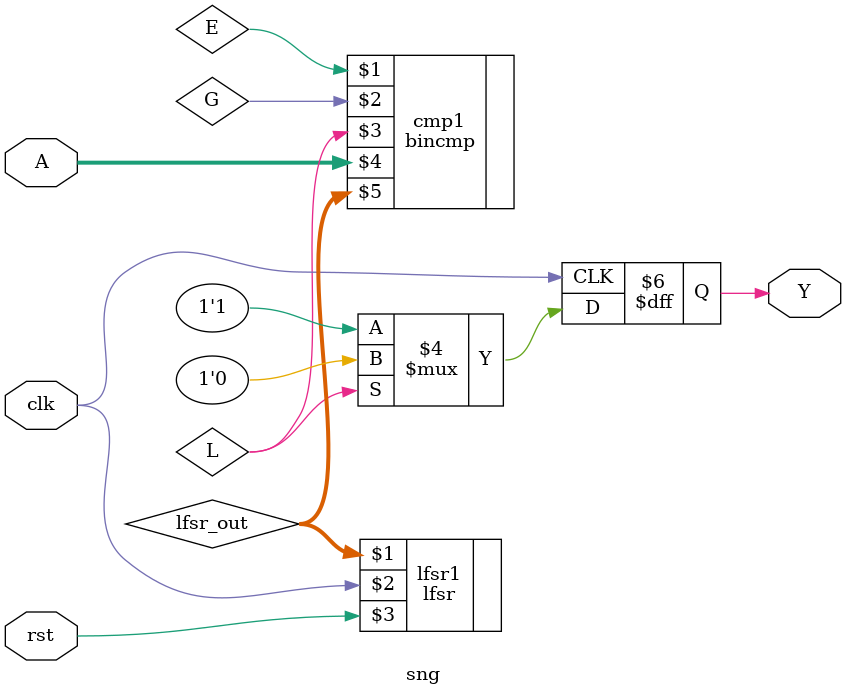
<source format=v>
module sng#(parameter n=4)(Y, A, clk, rst);
  input clk, rst;
  input [(n-1):0] A;
  output Y;
  reg Y;
  
  wire [(n-1):0] lfsr_out;
  wire E, G, L;
  
  lfsr #(n) lfsr1(lfsr_out, clk, rst);

  bincmp #(n) cmp1(E, G, L, A, lfsr_out);
  
  always@(posedge clk)
  begin
    if(L==1)
      Y = 0;
    else
      Y = 1;      
  end  
endmodule
</source>
